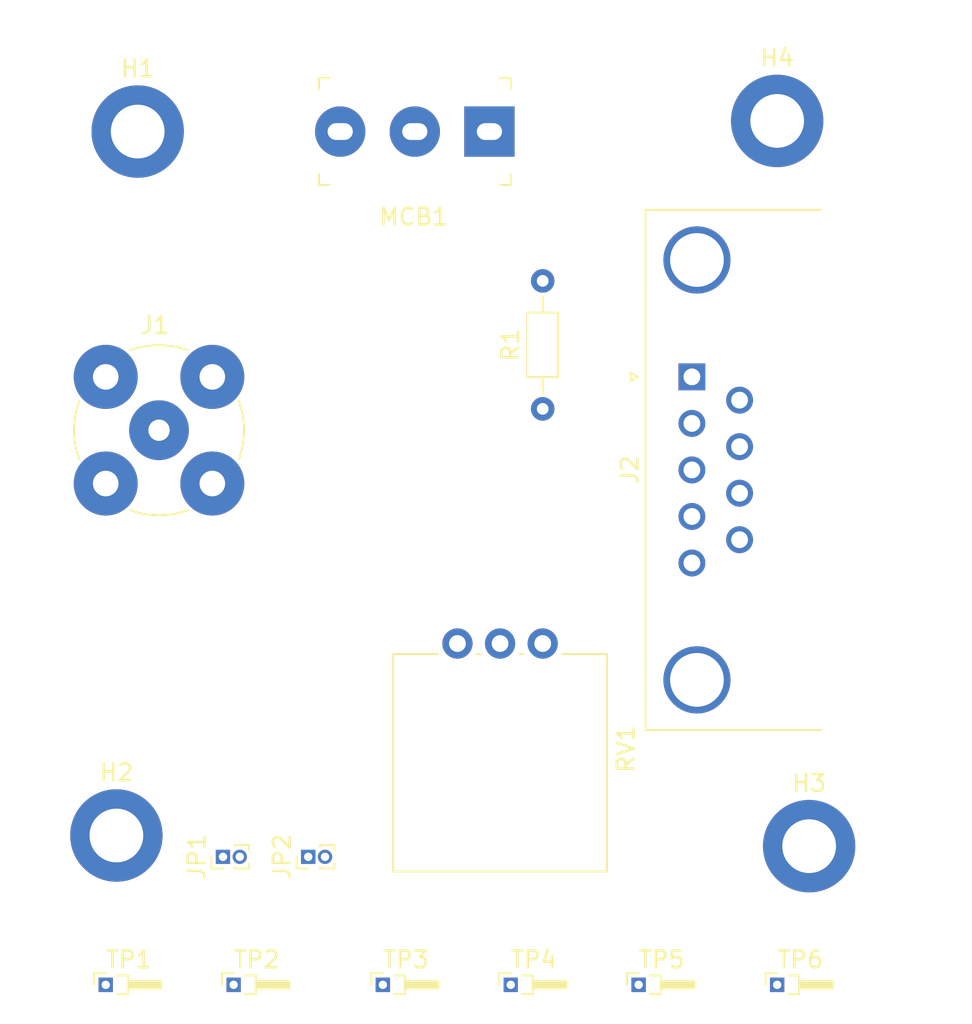
<source format=kicad_pcb>
(kicad_pcb (version 20171130) (host pcbnew 5.1.4-e60b266~84~ubuntu16.04.1)

  (general
    (thickness 1.6)
    (drawings 0)
    (tracks 0)
    (zones 0)
    (modules 17)
    (nets 15)
  )

  (page A4)
  (title_block
    (title "PCB ensayo estático")
    (date 2019-08-13)
    (rev V.0.1)
    (company Negrete)
    (comment 1 "Autor: Gustavo V. Diaz")
    (comment 2 "Buenos Aires - Argentina")
    (comment 3 "Fecha inicio:13/08/2019")
  )

  (layers
    (0 F.Cu signal)
    (31 B.Cu signal)
    (32 B.Adhes user)
    (33 F.Adhes user)
    (34 B.Paste user)
    (35 F.Paste user)
    (36 B.SilkS user)
    (37 F.SilkS user)
    (38 B.Mask user)
    (39 F.Mask user)
    (40 Dwgs.User user)
    (41 Cmts.User user)
    (42 Eco1.User user)
    (43 Eco2.User user)
    (44 Edge.Cuts user)
    (45 Margin user)
    (46 B.CrtYd user)
    (47 F.CrtYd user)
    (48 B.Fab user)
    (49 F.Fab user)
  )

  (setup
    (last_trace_width 0.25)
    (trace_clearance 0.2)
    (zone_clearance 0.508)
    (zone_45_only no)
    (trace_min 0.2)
    (via_size 0.8)
    (via_drill 0.4)
    (via_min_size 0.4)
    (via_min_drill 0.3)
    (uvia_size 0.3)
    (uvia_drill 0.1)
    (uvias_allowed no)
    (uvia_min_size 0.2)
    (uvia_min_drill 0.1)
    (edge_width 0.05)
    (segment_width 0.2)
    (pcb_text_width 0.3)
    (pcb_text_size 1.5 1.5)
    (mod_edge_width 0.12)
    (mod_text_size 1 1)
    (mod_text_width 0.15)
    (pad_size 1.524 1.524)
    (pad_drill 0.762)
    (pad_to_mask_clearance 0.051)
    (solder_mask_min_width 0.25)
    (aux_axis_origin 0 0)
    (visible_elements FFFFFF7F)
    (pcbplotparams
      (layerselection 0x010fc_ffffffff)
      (usegerberextensions false)
      (usegerberattributes false)
      (usegerberadvancedattributes false)
      (creategerberjobfile false)
      (excludeedgelayer true)
      (linewidth 0.100000)
      (plotframeref false)
      (viasonmask false)
      (mode 1)
      (useauxorigin false)
      (hpglpennumber 1)
      (hpglpenspeed 20)
      (hpglpendiameter 15.000000)
      (psnegative false)
      (psa4output false)
      (plotreference true)
      (plotvalue true)
      (plotinvisibletext false)
      (padsonsilk false)
      (subtractmaskfromsilk false)
      (outputformat 1)
      (mirror false)
      (drillshape 1)
      (scaleselection 1)
      (outputdirectory ""))
  )

  (net 0 "")
  (net 1 /GND)
  (net 2 /VAC)
  (net 3 "Net-(J2-Pad1)")
  (net 4 /VZs1)
  (net 5 "Net-(J2-Pad4)")
  (net 6 "Net-(J2-Pad5)")
  (net 7 "Net-(J2-Pad6)")
  (net 8 "Net-(J2-Pad7)")
  (net 9 "Net-(J2-Pad8)")
  (net 10 "Net-(J2-Pad9)")
  (net 11 /Vi)
  (net 12 "Net-(MCB1-Pad3)")
  (net 13 "Net-(JP1-Pad2)")
  (net 14 "Net-(JP2-Pad2)")

  (net_class Default "This is the default net class."
    (clearance 0.2)
    (trace_width 0.25)
    (via_dia 0.8)
    (via_drill 0.4)
    (uvia_dia 0.3)
    (uvia_drill 0.1)
    (add_net /GND)
    (add_net /VAC)
    (add_net /VZs1)
    (add_net /Vi)
    (add_net "Net-(J2-Pad1)")
    (add_net "Net-(J2-Pad4)")
    (add_net "Net-(J2-Pad5)")
    (add_net "Net-(J2-Pad6)")
    (add_net "Net-(J2-Pad7)")
    (add_net "Net-(J2-Pad8)")
    (add_net "Net-(J2-Pad9)")
    (add_net "Net-(JP1-Pad2)")
    (add_net "Net-(JP2-Pad2)")
    (add_net "Net-(MCB1-Pad3)")
  )

  (module "Footprints proyecto:PinHeader_1x02_P1.00mm_Vertical" (layer F.Cu) (tedit 59FED738) (tstamp 5D557FE3)
    (at 115.57 124.46 90)
    (descr "Through hole straight pin header, 1x02, 1.00mm pitch, single row")
    (tags "Through hole pin header THT 1x02 1.00mm single row")
    (path /5D55355E)
    (fp_text reference JP2 (at 0 -1.56 90) (layer F.SilkS)
      (effects (font (size 1 1) (thickness 0.15)))
    )
    (fp_text value Jumper_NO_Small (at 0 2.56 90) (layer F.Fab)
      (effects (font (size 1 1) (thickness 0.15)))
    )
    (fp_text user %R (at 0 0.5) (layer F.Fab)
      (effects (font (size 0.76 0.76) (thickness 0.114)))
    )
    (fp_line (start 1.15 -1) (end -1.15 -1) (layer F.CrtYd) (width 0.05))
    (fp_line (start 1.15 2) (end 1.15 -1) (layer F.CrtYd) (width 0.05))
    (fp_line (start -1.15 2) (end 1.15 2) (layer F.CrtYd) (width 0.05))
    (fp_line (start -1.15 -1) (end -1.15 2) (layer F.CrtYd) (width 0.05))
    (fp_line (start -0.695 -0.685) (end 0 -0.685) (layer F.SilkS) (width 0.12))
    (fp_line (start -0.695 0) (end -0.695 -0.685) (layer F.SilkS) (width 0.12))
    (fp_line (start 0.608276 0.685) (end 0.695 0.685) (layer F.SilkS) (width 0.12))
    (fp_line (start -0.695 0.685) (end -0.608276 0.685) (layer F.SilkS) (width 0.12))
    (fp_line (start 0.695 0.685) (end 0.695 1.56) (layer F.SilkS) (width 0.12))
    (fp_line (start -0.695 0.685) (end -0.695 1.56) (layer F.SilkS) (width 0.12))
    (fp_line (start 0.394493 1.56) (end 0.695 1.56) (layer F.SilkS) (width 0.12))
    (fp_line (start -0.695 1.56) (end -0.394493 1.56) (layer F.SilkS) (width 0.12))
    (fp_line (start -0.635 -0.1825) (end -0.3175 -0.5) (layer F.Fab) (width 0.1))
    (fp_line (start -0.635 1.5) (end -0.635 -0.1825) (layer F.Fab) (width 0.1))
    (fp_line (start 0.635 1.5) (end -0.635 1.5) (layer F.Fab) (width 0.1))
    (fp_line (start 0.635 -0.5) (end 0.635 1.5) (layer F.Fab) (width 0.1))
    (fp_line (start -0.3175 -0.5) (end 0.635 -0.5) (layer F.Fab) (width 0.1))
    (pad 2 thru_hole oval (at 0 1 90) (size 0.85 0.85) (drill 0.5) (layers *.Cu *.Mask)
      (net 14 "Net-(JP2-Pad2)"))
    (pad 1 thru_hole rect (at 0 0 90) (size 0.85 0.85) (drill 0.5) (layers *.Cu *.Mask)
      (net 11 /Vi))
    (model ${KISYS3DMOD}/Connector_PinHeader_1.00mm.3dshapes/PinHeader_1x02_P1.00mm_Vertical.wrl
      (at (xyz 0 0 0))
      (scale (xyz 1 1 1))
      (rotate (xyz 0 0 0))
    )
  )

  (module "Footprints proyecto:PinHeader_1x02_P1.00mm_Vertical" (layer F.Cu) (tedit 59FED738) (tstamp 5D558057)
    (at 110.49 124.46 90)
    (descr "Through hole straight pin header, 1x02, 1.00mm pitch, single row")
    (tags "Through hole pin header THT 1x02 1.00mm single row")
    (path /5D552AB7)
    (fp_text reference JP1 (at 0 -1.56 90) (layer F.SilkS)
      (effects (font (size 1 1) (thickness 0.15)))
    )
    (fp_text value Jumper_NC_Small (at 0 2.56 90) (layer F.Fab)
      (effects (font (size 1 1) (thickness 0.15)))
    )
    (fp_text user %R (at 0 0.5) (layer F.Fab)
      (effects (font (size 0.76 0.76) (thickness 0.114)))
    )
    (fp_line (start 1.15 -1) (end -1.15 -1) (layer F.CrtYd) (width 0.05))
    (fp_line (start 1.15 2) (end 1.15 -1) (layer F.CrtYd) (width 0.05))
    (fp_line (start -1.15 2) (end 1.15 2) (layer F.CrtYd) (width 0.05))
    (fp_line (start -1.15 -1) (end -1.15 2) (layer F.CrtYd) (width 0.05))
    (fp_line (start -0.695 -0.685) (end 0 -0.685) (layer F.SilkS) (width 0.12))
    (fp_line (start -0.695 0) (end -0.695 -0.685) (layer F.SilkS) (width 0.12))
    (fp_line (start 0.608276 0.685) (end 0.695 0.685) (layer F.SilkS) (width 0.12))
    (fp_line (start -0.695 0.685) (end -0.608276 0.685) (layer F.SilkS) (width 0.12))
    (fp_line (start 0.695 0.685) (end 0.695 1.56) (layer F.SilkS) (width 0.12))
    (fp_line (start -0.695 0.685) (end -0.695 1.56) (layer F.SilkS) (width 0.12))
    (fp_line (start 0.394493 1.56) (end 0.695 1.56) (layer F.SilkS) (width 0.12))
    (fp_line (start -0.695 1.56) (end -0.394493 1.56) (layer F.SilkS) (width 0.12))
    (fp_line (start -0.635 -0.1825) (end -0.3175 -0.5) (layer F.Fab) (width 0.1))
    (fp_line (start -0.635 1.5) (end -0.635 -0.1825) (layer F.Fab) (width 0.1))
    (fp_line (start 0.635 1.5) (end -0.635 1.5) (layer F.Fab) (width 0.1))
    (fp_line (start 0.635 -0.5) (end 0.635 1.5) (layer F.Fab) (width 0.1))
    (fp_line (start -0.3175 -0.5) (end 0.635 -0.5) (layer F.Fab) (width 0.1))
    (pad 2 thru_hole oval (at 0 1 90) (size 0.85 0.85) (drill 0.5) (layers *.Cu *.Mask)
      (net 13 "Net-(JP1-Pad2)"))
    (pad 1 thru_hole rect (at 0 0 90) (size 0.85 0.85) (drill 0.5) (layers *.Cu *.Mask)
      (net 11 /Vi))
    (model ${KISYS3DMOD}/Connector_PinHeader_1.00mm.3dshapes/PinHeader_1x02_P1.00mm_Vertical.wrl
      (at (xyz 0 0 0))
      (scale (xyz 1 1 1))
      (rotate (xyz 0 0 0))
    )
  )

  (module "Footprints proyecto:Potentiometer_Vishay_248GJ-249GJ_Single_Vertical" (layer F.Cu) (tedit 5A3D4993) (tstamp 5D546C8A)
    (at 124.46 111.76 270)
    (descr "Potentiometer, vertical, Vishay 248GJ-249GJ Single, http://www.vishay.com/docs/57054/248249.pdf")
    (tags "Potentiometer vertical Vishay 248GJ-249GJ Single")
    (path /5D5409ED)
    (fp_text reference RV1 (at 6.275 -10.04 90) (layer F.SilkS)
      (effects (font (size 1 1) (thickness 0.15)))
    )
    (fp_text value R_POT (at 6.275 4.96 90) (layer F.Fab)
      (effects (font (size 1 1) (thickness 0.15)))
    )
    (fp_text user %R (at 1.75 -2.54) (layer F.Fab)
      (effects (font (size 1 1) (thickness 0.15)))
    )
    (fp_line (start 13.7 -9.05) (end -1.15 -9.05) (layer F.CrtYd) (width 0.05))
    (fp_line (start 13.7 4) (end 13.7 -9.05) (layer F.CrtYd) (width 0.05))
    (fp_line (start -1.15 4) (end 13.7 4) (layer F.CrtYd) (width 0.05))
    (fp_line (start -1.15 -9.05) (end -1.15 4) (layer F.CrtYd) (width 0.05))
    (fp_line (start 13.57 -8.91) (end 13.57 3.83) (layer F.SilkS) (width 0.12))
    (fp_line (start 0.63 1.155) (end 0.63 3.83) (layer F.SilkS) (width 0.12))
    (fp_line (start 0.63 -1.384) (end 0.63 -1.155) (layer F.SilkS) (width 0.12))
    (fp_line (start 0.63 -3.925) (end 0.63 -3.695) (layer F.SilkS) (width 0.12))
    (fp_line (start 0.63 -8.91) (end 0.63 -6.235) (layer F.SilkS) (width 0.12))
    (fp_line (start 0.63 3.83) (end 13.57 3.83) (layer F.SilkS) (width 0.12))
    (fp_line (start 0.63 -8.91) (end 13.57 -8.91) (layer F.SilkS) (width 0.12))
    (fp_line (start 13.45 -8.79) (end 0.75 -8.79) (layer F.Fab) (width 0.1))
    (fp_line (start 13.45 3.71) (end 13.45 -8.79) (layer F.Fab) (width 0.1))
    (fp_line (start 0.75 3.71) (end 13.45 3.71) (layer F.Fab) (width 0.1))
    (fp_line (start 0.75 -8.79) (end 0.75 3.71) (layer F.Fab) (width 0.1))
    (fp_circle (center 7.1 -2.54) (end 10.275 -2.54) (layer F.Fab) (width 0.1))
    (pad 1 thru_hole circle (at 0 0 270) (size 1.8 1.8) (drill 1) (layers *.Cu *.Mask)
      (net 14 "Net-(JP2-Pad2)"))
    (pad 2 thru_hole circle (at 0 -2.54 270) (size 1.8 1.8) (drill 1) (layers *.Cu *.Mask)
      (net 4 /VZs1))
    (pad 3 thru_hole circle (at 0 -5.08 270) (size 1.8 1.8) (drill 1) (layers *.Cu *.Mask)
      (net 4 /VZs1))
    (model ${KISYS3DMOD}/Potentiometer_THT.3dshapes/Potentiometer_Vishay_248GJ-249GJ_Single_Vertical.wrl
      (at (xyz 0 0 0))
      (scale (xyz 1 1 1))
      (rotate (xyz 0 0 0))
    )
  )

  (module "Footprints proyecto:MountingHole_3.2mm_M3_ISO14580_Pad" (layer F.Cu) (tedit 56D1B4CB) (tstamp 5D52DEB1)
    (at 105.41 81.28)
    (descr "Mounting Hole 3.2mm, M3, ISO14580")
    (tags "mounting hole 3.2mm m3 iso14580")
    (path /5D42DD18)
    (attr virtual)
    (fp_text reference H1 (at 0 -3.75) (layer F.SilkS)
      (effects (font (size 1 1) (thickness 0.15)))
    )
    (fp_text value MountingHole_Pad (at 0 3.75) (layer F.Fab)
      (effects (font (size 1 1) (thickness 0.15)))
    )
    (fp_text user %R (at 0.3 0) (layer F.Fab)
      (effects (font (size 1 1) (thickness 0.15)))
    )
    (fp_circle (center 0 0) (end 2.75 0) (layer Cmts.User) (width 0.15))
    (fp_circle (center 0 0) (end 3 0) (layer F.CrtYd) (width 0.05))
    (pad 1 thru_hole circle (at 0 0) (size 5.5 5.5) (drill 3.2) (layers *.Cu *.Mask)
      (net 1 /GND))
  )

  (module "Footprints proyecto:MountingHole_3.2mm_M3_ISO14580_Pad" (layer F.Cu) (tedit 56D1B4CB) (tstamp 5D52DEB9)
    (at 104.14 123.19)
    (descr "Mounting Hole 3.2mm, M3, ISO14580")
    (tags "mounting hole 3.2mm m3 iso14580")
    (path /5D42E927)
    (attr virtual)
    (fp_text reference H2 (at 0 -3.75) (layer F.SilkS)
      (effects (font (size 1 1) (thickness 0.15)))
    )
    (fp_text value MountingHole_Pad (at 0 3.75) (layer F.Fab)
      (effects (font (size 1 1) (thickness 0.15)))
    )
    (fp_text user %R (at 0.3 0) (layer F.Fab)
      (effects (font (size 1 1) (thickness 0.15)))
    )
    (fp_circle (center 0 0) (end 2.75 0) (layer Cmts.User) (width 0.15))
    (fp_circle (center 0 0) (end 3 0) (layer F.CrtYd) (width 0.05))
    (pad 1 thru_hole circle (at 0 0) (size 5.5 5.5) (drill 3.2) (layers *.Cu *.Mask)
      (net 1 /GND))
  )

  (module "Footprints proyecto:MountingHole_3.2mm_M3_ISO14580_Pad" (layer F.Cu) (tedit 56D1B4CB) (tstamp 5D53D001)
    (at 145.415 123.825)
    (descr "Mounting Hole 3.2mm, M3, ISO14580")
    (tags "mounting hole 3.2mm m3 iso14580")
    (path /5D42E2DA)
    (attr virtual)
    (fp_text reference H3 (at 0 -3.75) (layer F.SilkS)
      (effects (font (size 1 1) (thickness 0.15)))
    )
    (fp_text value MountingHole_Pad (at 0 3.75) (layer F.Fab)
      (effects (font (size 1 1) (thickness 0.15)))
    )
    (fp_circle (center 0 0) (end 3 0) (layer F.CrtYd) (width 0.05))
    (fp_circle (center 0 0) (end 2.75 0) (layer Cmts.User) (width 0.15))
    (fp_text user %R (at 0.3 0) (layer F.Fab)
      (effects (font (size 1 1) (thickness 0.15)))
    )
    (pad 1 thru_hole circle (at 0 0) (size 5.5 5.5) (drill 3.2) (layers *.Cu *.Mask)
      (net 1 /GND))
  )

  (module "Footprints proyecto:MountingHole_3.2mm_M3_ISO14580_Pad" (layer F.Cu) (tedit 56D1B4CB) (tstamp 5D52DEC9)
    (at 143.51 80.645)
    (descr "Mounting Hole 3.2mm, M3, ISO14580")
    (tags "mounting hole 3.2mm m3 iso14580")
    (path /5D42EA1B)
    (attr virtual)
    (fp_text reference H4 (at 0 -3.75) (layer F.SilkS)
      (effects (font (size 1 1) (thickness 0.15)))
    )
    (fp_text value MountingHole_Pad (at 0 3.75) (layer F.Fab)
      (effects (font (size 1 1) (thickness 0.15)))
    )
    (fp_circle (center 0 0) (end 3 0) (layer F.CrtYd) (width 0.05))
    (fp_circle (center 0 0) (end 2.75 0) (layer Cmts.User) (width 0.15))
    (fp_text user %R (at 0.3 0) (layer F.Fab)
      (effects (font (size 1 1) (thickness 0.15)))
    )
    (pad 1 thru_hole circle (at 0 0) (size 5.5 5.5) (drill 3.2) (layers *.Cu *.Mask)
      (net 1 /GND))
  )

  (module "Footprints proyecto:BNC_TEConnectivity_1478204_Vertical" (layer F.Cu) (tedit 5D51354B) (tstamp 5D53CEE2)
    (at 106.68 99.06)
    (descr "BNC female PCB mount 4 pin straight chassis connector http://www.te.com/usa-en/product-1-1478204-0.html")
    (tags "BNC female PCB mount 4 pin straight chassis connector ")
    (path /5D42F04D)
    (fp_text reference J1 (at -0.25 -6.25) (layer F.SilkS)
      (effects (font (size 1 1) (thickness 0.15)))
    )
    (fp_text value Conn_Coaxial (at 0 6.5) (layer F.Fab)
      (effects (font (size 1 1) (thickness 0.15)))
    )
    (fp_text user %R (at 0 0) (layer F.Fab)
      (effects (font (size 1 1) (thickness 0.15)))
    )
    (fp_line (start 5.5 -5.5) (end 5.5 5.5) (layer F.CrtYd) (width 0.05))
    (fp_line (start 5.5 5.5) (end -5.5 5.5) (layer F.CrtYd) (width 0.05))
    (fp_line (start -5.5 5.5) (end -5.5 -5.5) (layer F.CrtYd) (width 0.05))
    (fp_line (start -5.5 -5.5) (end 5.5 -5.5) (layer F.CrtYd) (width 0.05))
    (fp_circle (center 0 0) (end 4.8 0) (layer F.Fab) (width 0.1))
    (fp_arc (start 0 0) (end -4.75 1.75) (angle 40) (layer F.SilkS) (width 0.12))
    (fp_arc (start 0 0) (end 1.75 4.75) (angle 40) (layer F.SilkS) (width 0.12))
    (fp_arc (start 0 0) (end 4.75 -1.75) (angle 40) (layer F.SilkS) (width 0.12))
    (fp_arc (start 0 0) (end -1.75 -4.75) (angle 40) (layer F.SilkS) (width 0.12))
    (pad 2 thru_hole circle (at -3.175 -3.175) (size 3.81 3.81) (drill 1.524) (layers *.Cu *.Mask)
      (net 1 /GND))
    (pad 1 thru_hole circle (at 0 0) (size 3.556 3.556) (drill 1.27) (layers *.Cu *.Mask)
      (net 2 /VAC))
    (pad 2 thru_hole circle (at 3.175 -3.175) (size 3.81 3.81) (drill 1.524) (layers *.Cu *.Mask)
      (net 1 /GND))
    (pad 2 thru_hole circle (at -3.175 3.175) (size 3.81 3.81) (drill 1.524) (layers *.Cu *.Mask)
      (net 1 /GND))
    (pad 2 thru_hole circle (at 3.175 3.175) (size 3.81 3.81) (drill 1.524) (layers *.Cu *.Mask)
      (net 1 /GND))
    (model ${KISYS3DMOD}/Connector_Coaxial.3dshapes/BNC_TEConnectivity_1478204_Vertical.wrl
      (at (xyz 0 0 0))
      (scale (xyz 1 1 1))
      (rotate (xyz 0 0 0))
    )
  )

  (module "Footprints proyecto:DSUB-9_Female_Horizontal_P2.77x2.84mm_EdgePinOffset4.94mm_Housed_MountingHolesOffset7.48mm" (layer F.Cu) (tedit 59FEDEE2) (tstamp 5D52DF10)
    (at 138.43 95.885 90)
    (descr "9-pin D-Sub connector, horizontal/angled (90 deg), THT-mount, female, pitch 2.77x2.84mm, pin-PCB-offset 4.9399999999999995mm, distance of mounting holes 25mm, distance of mounting holes to PCB edge 7.4799999999999995mm, see https://disti-assets.s3.amazonaws.com/tonar/files/datasheets/16730.pdf")
    (tags "9-pin D-Sub connector horizontal angled 90deg THT female pitch 2.77x2.84mm pin-PCB-offset 4.9399999999999995mm mounting-holes-distance 25mm mounting-hole-offset 25mm")
    (path /5D442DB3)
    (fp_text reference J2 (at -5.54 -3.7 90) (layer F.SilkS)
      (effects (font (size 1 1) (thickness 0.15)))
    )
    (fp_text value DB9_Female_MountingHoles (at -5.54 15.85 90) (layer F.Fab)
      (effects (font (size 1 1) (thickness 0.15)))
    )
    (fp_arc (start -18.04 0.3) (end -19.64 0.3) (angle 180) (layer F.Fab) (width 0.1))
    (fp_arc (start 6.96 0.3) (end 5.36 0.3) (angle 180) (layer F.Fab) (width 0.1))
    (fp_line (start -20.965 -2.7) (end -20.965 7.78) (layer F.Fab) (width 0.1))
    (fp_line (start -20.965 7.78) (end 9.885 7.78) (layer F.Fab) (width 0.1))
    (fp_line (start 9.885 7.78) (end 9.885 -2.7) (layer F.Fab) (width 0.1))
    (fp_line (start 9.885 -2.7) (end -20.965 -2.7) (layer F.Fab) (width 0.1))
    (fp_line (start -20.965 7.78) (end -20.965 8.18) (layer F.Fab) (width 0.1))
    (fp_line (start -20.965 8.18) (end 9.885 8.18) (layer F.Fab) (width 0.1))
    (fp_line (start 9.885 8.18) (end 9.885 7.78) (layer F.Fab) (width 0.1))
    (fp_line (start 9.885 7.78) (end -20.965 7.78) (layer F.Fab) (width 0.1))
    (fp_line (start -13.69 8.18) (end -13.69 14.35) (layer F.Fab) (width 0.1))
    (fp_line (start -13.69 14.35) (end 2.61 14.35) (layer F.Fab) (width 0.1))
    (fp_line (start 2.61 14.35) (end 2.61 8.18) (layer F.Fab) (width 0.1))
    (fp_line (start 2.61 8.18) (end -13.69 8.18) (layer F.Fab) (width 0.1))
    (fp_line (start -20.54 8.18) (end -20.54 13.18) (layer F.Fab) (width 0.1))
    (fp_line (start -20.54 13.18) (end -15.54 13.18) (layer F.Fab) (width 0.1))
    (fp_line (start -15.54 13.18) (end -15.54 8.18) (layer F.Fab) (width 0.1))
    (fp_line (start -15.54 8.18) (end -20.54 8.18) (layer F.Fab) (width 0.1))
    (fp_line (start 4.46 8.18) (end 4.46 13.18) (layer F.Fab) (width 0.1))
    (fp_line (start 4.46 13.18) (end 9.46 13.18) (layer F.Fab) (width 0.1))
    (fp_line (start 9.46 13.18) (end 9.46 8.18) (layer F.Fab) (width 0.1))
    (fp_line (start 9.46 8.18) (end 4.46 8.18) (layer F.Fab) (width 0.1))
    (fp_line (start -19.64 7.78) (end -19.64 0.3) (layer F.Fab) (width 0.1))
    (fp_line (start -16.44 7.78) (end -16.44 0.3) (layer F.Fab) (width 0.1))
    (fp_line (start 5.36 7.78) (end 5.36 0.3) (layer F.Fab) (width 0.1))
    (fp_line (start 8.56 7.78) (end 8.56 0.3) (layer F.Fab) (width 0.1))
    (fp_line (start -21.025 7.72) (end -21.025 -2.76) (layer F.SilkS) (width 0.12))
    (fp_line (start -21.025 -2.76) (end 9.945 -2.76) (layer F.SilkS) (width 0.12))
    (fp_line (start 9.945 -2.76) (end 9.945 7.72) (layer F.SilkS) (width 0.12))
    (fp_line (start -0.25 -3.654338) (end 0.25 -3.654338) (layer F.SilkS) (width 0.12))
    (fp_line (start 0.25 -3.654338) (end 0 -3.221325) (layer F.SilkS) (width 0.12))
    (fp_line (start 0 -3.221325) (end -0.25 -3.654338) (layer F.SilkS) (width 0.12))
    (fp_line (start -21.5 -3.25) (end -21.5 14.85) (layer F.CrtYd) (width 0.05))
    (fp_line (start -21.5 14.85) (end 10.4 14.85) (layer F.CrtYd) (width 0.05))
    (fp_line (start 10.4 14.85) (end 10.4 -3.25) (layer F.CrtYd) (width 0.05))
    (fp_line (start 10.4 -3.25) (end -21.5 -3.25) (layer F.CrtYd) (width 0.05))
    (fp_text user %R (at -5.54 11.265 90) (layer F.Fab)
      (effects (font (size 1 1) (thickness 0.15)))
    )
    (pad 1 thru_hole rect (at 0 0 90) (size 1.6 1.6) (drill 1) (layers *.Cu *.Mask)
      (net 3 "Net-(J2-Pad1)"))
    (pad 2 thru_hole circle (at -2.77 0 90) (size 1.6 1.6) (drill 1) (layers *.Cu *.Mask)
      (net 4 /VZs1))
    (pad 3 thru_hole circle (at -5.54 0 90) (size 1.6 1.6) (drill 1) (layers *.Cu *.Mask)
      (net 1 /GND))
    (pad 4 thru_hole circle (at -8.31 0 90) (size 1.6 1.6) (drill 1) (layers *.Cu *.Mask)
      (net 5 "Net-(J2-Pad4)"))
    (pad 5 thru_hole circle (at -11.08 0 90) (size 1.6 1.6) (drill 1) (layers *.Cu *.Mask)
      (net 6 "Net-(J2-Pad5)"))
    (pad 6 thru_hole circle (at -1.385 2.84 90) (size 1.6 1.6) (drill 1) (layers *.Cu *.Mask)
      (net 7 "Net-(J2-Pad6)"))
    (pad 7 thru_hole circle (at -4.155 2.84 90) (size 1.6 1.6) (drill 1) (layers *.Cu *.Mask)
      (net 8 "Net-(J2-Pad7)"))
    (pad 8 thru_hole circle (at -6.925 2.84 90) (size 1.6 1.6) (drill 1) (layers *.Cu *.Mask)
      (net 9 "Net-(J2-Pad8)"))
    (pad 9 thru_hole circle (at -9.695 2.84 90) (size 1.6 1.6) (drill 1) (layers *.Cu *.Mask)
      (net 10 "Net-(J2-Pad9)"))
    (pad 0 thru_hole circle (at -18.04 0.3 90) (size 4 4) (drill 3.2) (layers *.Cu *.Mask)
      (net 1 /GND))
    (pad 0 thru_hole circle (at 6.96 0.3 90) (size 4 4) (drill 3.2) (layers *.Cu *.Mask)
      (net 1 /GND))
    (model ${KISYS3DMOD}/Connector_Dsub.3dshapes/DSUB-9_Female_Horizontal_P2.77x2.84mm_EdgePinOffset4.94mm_Housed_MountingHolesOffset7.48mm.wrl
      (at (xyz 0 0 0))
      (scale (xyz 1 1 1))
      (rotate (xyz 0 0 0))
    )
  )

  (module "Footprints proyecto:Switch_Toggle_ATE1D-2M3-10-Z" (layer F.Cu) (tedit 5D528641) (tstamp 5D52DF29)
    (at 121.92 81.28 180)
    (descr https://www.nidec-copal-electronics.com/e/catalog/switch/ate.pdf)
    (path /5D440928)
    (fp_text reference MCB1 (at 0.06 -5.08) (layer F.SilkS)
      (effects (font (size 1 1) (thickness 0.15)))
    )
    (fp_text value INT_1P2D (at 0 5.08) (layer F.Fab)
      (effects (font (size 1 1) (thickness 0.15)))
    )
    (fp_text user %R (at 0 6.985) (layer F.Fab)
      (effects (font (size 1 1) (thickness 0.15)))
    )
    (fp_line (start -6.35 -3.81) (end -6.35 3.81) (layer F.CrtYd) (width 0.12))
    (fp_line (start -6.35 3.81) (end 6.35 3.81) (layer F.CrtYd) (width 0.12))
    (fp_line (start 6.35 3.81) (end 6.35 -3.81) (layer F.CrtYd) (width 0.12))
    (fp_line (start 6.35 -3.81) (end -6.35 -3.81) (layer F.CrtYd) (width 0.12))
    (fp_line (start -5.715 -3.175) (end -5.715 -2.54) (layer F.SilkS) (width 0.12))
    (fp_line (start -5.715 -3.175) (end -5.08 -3.175) (layer F.SilkS) (width 0.12))
    (fp_line (start -5.715 2.54) (end -5.715 3.175) (layer F.SilkS) (width 0.12))
    (fp_line (start -5.715 3.175) (end -5.08 3.175) (layer F.SilkS) (width 0.12))
    (fp_line (start 5.08 3.175) (end 5.715 3.175) (layer F.SilkS) (width 0.12))
    (fp_line (start 5.715 3.175) (end 5.715 2.54) (layer F.SilkS) (width 0.12))
    (fp_line (start 5.715 -2.54) (end 5.715 -3.175) (layer F.SilkS) (width 0.12))
    (fp_line (start 5.715 -3.175) (end 5.08 -3.175) (layer F.SilkS) (width 0.12))
    (fp_line (start -5.715 -3.175) (end 5.715 -3.175) (layer F.Fab) (width 0.12))
    (fp_line (start 5.715 -3.175) (end 5.715 3.175) (layer F.Fab) (width 0.12))
    (fp_line (start 5.715 3.175) (end -5.715 3.175) (layer F.Fab) (width 0.12))
    (fp_line (start -5.715 3.175) (end -5.715 -3.175) (layer F.Fab) (width 0.12))
    (fp_circle (center 0 0) (end 2.54 0) (layer F.Fab) (width 0.12))
    (pad 1 thru_hole rect (at -4.445 0 180) (size 3 3) (drill oval 1.5 1) (layers *.Cu *.Mask)
      (net 11 /Vi))
    (pad 2 thru_hole circle (at 0 0 180) (size 3 3) (drill oval 1.5 1) (layers *.Cu *.Mask)
      (net 2 /VAC))
    (pad 3 thru_hole circle (at 4.445 0 180) (size 3 3) (drill oval 1.5 1) (layers *.Cu *.Mask)
      (net 12 "Net-(MCB1-Pad3)"))
  )

  (module "Footprints proyecto:R_Axial_DIN0204_L3.6mm_D1.6mm_P7.62mm_Horizontal" (layer F.Cu) (tedit 5AE5139B) (tstamp 5D52DF40)
    (at 129.54 97.79 90)
    (descr "Resistor, Axial_DIN0204 series, Axial, Horizontal, pin pitch=7.62mm, 0.167W, length*diameter=3.6*1.6mm^2, http://cdn-reichelt.de/documents/datenblatt/B400/1_4W%23YAG.pdf")
    (tags "Resistor Axial_DIN0204 series Axial Horizontal pin pitch 7.62mm 0.167W length 3.6mm diameter 1.6mm")
    (path /5D441970)
    (fp_text reference R1 (at 3.81 -1.92 90) (layer F.SilkS)
      (effects (font (size 1 1) (thickness 0.15)))
    )
    (fp_text value 15k (at 3.81 1.92 90) (layer F.Fab)
      (effects (font (size 1 1) (thickness 0.15)))
    )
    (fp_line (start 2.01 -0.8) (end 2.01 0.8) (layer F.Fab) (width 0.1))
    (fp_line (start 2.01 0.8) (end 5.61 0.8) (layer F.Fab) (width 0.1))
    (fp_line (start 5.61 0.8) (end 5.61 -0.8) (layer F.Fab) (width 0.1))
    (fp_line (start 5.61 -0.8) (end 2.01 -0.8) (layer F.Fab) (width 0.1))
    (fp_line (start 0 0) (end 2.01 0) (layer F.Fab) (width 0.1))
    (fp_line (start 7.62 0) (end 5.61 0) (layer F.Fab) (width 0.1))
    (fp_line (start 1.89 -0.92) (end 1.89 0.92) (layer F.SilkS) (width 0.12))
    (fp_line (start 1.89 0.92) (end 5.73 0.92) (layer F.SilkS) (width 0.12))
    (fp_line (start 5.73 0.92) (end 5.73 -0.92) (layer F.SilkS) (width 0.12))
    (fp_line (start 5.73 -0.92) (end 1.89 -0.92) (layer F.SilkS) (width 0.12))
    (fp_line (start 0.94 0) (end 1.89 0) (layer F.SilkS) (width 0.12))
    (fp_line (start 6.68 0) (end 5.73 0) (layer F.SilkS) (width 0.12))
    (fp_line (start -0.95 -1.05) (end -0.95 1.05) (layer F.CrtYd) (width 0.05))
    (fp_line (start -0.95 1.05) (end 8.57 1.05) (layer F.CrtYd) (width 0.05))
    (fp_line (start 8.57 1.05) (end 8.57 -1.05) (layer F.CrtYd) (width 0.05))
    (fp_line (start 8.57 -1.05) (end -0.95 -1.05) (layer F.CrtYd) (width 0.05))
    (fp_text user %R (at 3.81 0 90) (layer F.Fab)
      (effects (font (size 0.72 0.72) (thickness 0.108)))
    )
    (pad 1 thru_hole circle (at 0 0 90) (size 1.4 1.4) (drill 0.7) (layers *.Cu *.Mask)
      (net 13 "Net-(JP1-Pad2)"))
    (pad 2 thru_hole oval (at 7.62 0 90) (size 1.4 1.4) (drill 0.7) (layers *.Cu *.Mask)
      (net 4 /VZs1))
    (model ${KISYS3DMOD}/Resistor_THT.3dshapes/R_Axial_DIN0204_L3.6mm_D1.6mm_P7.62mm_Horizontal.wrl
      (at (xyz 0 0 0))
      (scale (xyz 1 1 1))
      (rotate (xyz 0 0 0))
    )
  )

  (module "Footprints proyecto:PinHeader_1x01_P1.00mm_Horizontal" (layer F.Cu) (tedit 59FED737) (tstamp 5D53D1B6)
    (at 103.505 132.08)
    (descr "Through hole angled pin header, 1x01, 1.00mm pitch, 2.0mm pin length, single row")
    (tags "Through hole angled pin header THT 1x01 1.00mm single row")
    (path /5D486AED)
    (fp_text reference TP1 (at 1.375 -1.5) (layer F.SilkS)
      (effects (font (size 1 1) (thickness 0.15)))
    )
    (fp_text value TestPoint_Alt (at 1.375 1.5) (layer F.Fab)
      (effects (font (size 1 1) (thickness 0.15)))
    )
    (fp_line (start 0.5 -0.5) (end 1.25 -0.5) (layer F.Fab) (width 0.1))
    (fp_line (start 1.25 -0.5) (end 1.25 0.5) (layer F.Fab) (width 0.1))
    (fp_line (start 1.25 0.5) (end 0.25 0.5) (layer F.Fab) (width 0.1))
    (fp_line (start 0.25 0.5) (end 0.25 -0.25) (layer F.Fab) (width 0.1))
    (fp_line (start 0.25 -0.25) (end 0.5 -0.5) (layer F.Fab) (width 0.1))
    (fp_line (start -0.15 -0.15) (end 0.25 -0.15) (layer F.Fab) (width 0.1))
    (fp_line (start -0.15 -0.15) (end -0.15 0.15) (layer F.Fab) (width 0.1))
    (fp_line (start -0.15 0.15) (end 0.25 0.15) (layer F.Fab) (width 0.1))
    (fp_line (start 1.25 -0.15) (end 3.25 -0.15) (layer F.Fab) (width 0.1))
    (fp_line (start 3.25 -0.15) (end 3.25 0.15) (layer F.Fab) (width 0.1))
    (fp_line (start 1.25 0.15) (end 3.25 0.15) (layer F.Fab) (width 0.1))
    (fp_line (start 0.685 -0.56) (end 1.31 -0.56) (layer F.SilkS) (width 0.12))
    (fp_line (start 1.31 -0.56) (end 1.31 0.56) (layer F.SilkS) (width 0.12))
    (fp_line (start 1.31 0.56) (end 0.685 0.56) (layer F.SilkS) (width 0.12))
    (fp_line (start 1.31 -0.21) (end 3.31 -0.21) (layer F.SilkS) (width 0.12))
    (fp_line (start 3.31 -0.21) (end 3.31 0.21) (layer F.SilkS) (width 0.12))
    (fp_line (start 3.31 0.21) (end 1.31 0.21) (layer F.SilkS) (width 0.12))
    (fp_line (start 1.31 -0.15) (end 3.31 -0.15) (layer F.SilkS) (width 0.12))
    (fp_line (start 1.31 -0.03) (end 3.31 -0.03) (layer F.SilkS) (width 0.12))
    (fp_line (start 1.31 0.09) (end 3.31 0.09) (layer F.SilkS) (width 0.12))
    (fp_line (start -0.685 0) (end -0.685 -0.685) (layer F.SilkS) (width 0.12))
    (fp_line (start -0.685 -0.685) (end 0 -0.685) (layer F.SilkS) (width 0.12))
    (fp_line (start -1 -1) (end -1 1) (layer F.CrtYd) (width 0.05))
    (fp_line (start -1 1) (end 3.75 1) (layer F.CrtYd) (width 0.05))
    (fp_line (start 3.75 1) (end 3.75 -1) (layer F.CrtYd) (width 0.05))
    (fp_line (start 3.75 -1) (end -1 -1) (layer F.CrtYd) (width 0.05))
    (fp_text user %R (at 0.75 0 90) (layer F.Fab)
      (effects (font (size 0.6 0.6) (thickness 0.09)))
    )
    (pad 1 thru_hole rect (at 0 0) (size 0.85 0.85) (drill 0.5) (layers *.Cu *.Mask)
      (net 2 /VAC))
    (model ${KISYS3DMOD}/Connector_PinHeader_1.00mm.3dshapes/PinHeader_1x01_P1.00mm_Horizontal.wrl
      (at (xyz 0 0 0))
      (scale (xyz 1 1 1))
      (rotate (xyz 0 0 0))
    )
  )

  (module "Footprints proyecto:PinHeader_1x01_P1.00mm_Horizontal" (layer F.Cu) (tedit 59FED737) (tstamp 5D52DF80)
    (at 111.125 132.08)
    (descr "Through hole angled pin header, 1x01, 1.00mm pitch, 2.0mm pin length, single row")
    (tags "Through hole angled pin header THT 1x01 1.00mm single row")
    (path /5D487102)
    (fp_text reference TP2 (at 1.375 -1.5) (layer F.SilkS)
      (effects (font (size 1 1) (thickness 0.15)))
    )
    (fp_text value TestPoint (at 1.375 1.5) (layer F.Fab)
      (effects (font (size 1 1) (thickness 0.15)))
    )
    (fp_text user %R (at 0.75 0 90) (layer F.Fab)
      (effects (font (size 0.6 0.6) (thickness 0.09)))
    )
    (fp_line (start 3.75 -1) (end -1 -1) (layer F.CrtYd) (width 0.05))
    (fp_line (start 3.75 1) (end 3.75 -1) (layer F.CrtYd) (width 0.05))
    (fp_line (start -1 1) (end 3.75 1) (layer F.CrtYd) (width 0.05))
    (fp_line (start -1 -1) (end -1 1) (layer F.CrtYd) (width 0.05))
    (fp_line (start -0.685 -0.685) (end 0 -0.685) (layer F.SilkS) (width 0.12))
    (fp_line (start -0.685 0) (end -0.685 -0.685) (layer F.SilkS) (width 0.12))
    (fp_line (start 1.31 0.09) (end 3.31 0.09) (layer F.SilkS) (width 0.12))
    (fp_line (start 1.31 -0.03) (end 3.31 -0.03) (layer F.SilkS) (width 0.12))
    (fp_line (start 1.31 -0.15) (end 3.31 -0.15) (layer F.SilkS) (width 0.12))
    (fp_line (start 3.31 0.21) (end 1.31 0.21) (layer F.SilkS) (width 0.12))
    (fp_line (start 3.31 -0.21) (end 3.31 0.21) (layer F.SilkS) (width 0.12))
    (fp_line (start 1.31 -0.21) (end 3.31 -0.21) (layer F.SilkS) (width 0.12))
    (fp_line (start 1.31 0.56) (end 0.685 0.56) (layer F.SilkS) (width 0.12))
    (fp_line (start 1.31 -0.56) (end 1.31 0.56) (layer F.SilkS) (width 0.12))
    (fp_line (start 0.685 -0.56) (end 1.31 -0.56) (layer F.SilkS) (width 0.12))
    (fp_line (start 1.25 0.15) (end 3.25 0.15) (layer F.Fab) (width 0.1))
    (fp_line (start 3.25 -0.15) (end 3.25 0.15) (layer F.Fab) (width 0.1))
    (fp_line (start 1.25 -0.15) (end 3.25 -0.15) (layer F.Fab) (width 0.1))
    (fp_line (start -0.15 0.15) (end 0.25 0.15) (layer F.Fab) (width 0.1))
    (fp_line (start -0.15 -0.15) (end -0.15 0.15) (layer F.Fab) (width 0.1))
    (fp_line (start -0.15 -0.15) (end 0.25 -0.15) (layer F.Fab) (width 0.1))
    (fp_line (start 0.25 -0.25) (end 0.5 -0.5) (layer F.Fab) (width 0.1))
    (fp_line (start 0.25 0.5) (end 0.25 -0.25) (layer F.Fab) (width 0.1))
    (fp_line (start 1.25 0.5) (end 0.25 0.5) (layer F.Fab) (width 0.1))
    (fp_line (start 1.25 -0.5) (end 1.25 0.5) (layer F.Fab) (width 0.1))
    (fp_line (start 0.5 -0.5) (end 1.25 -0.5) (layer F.Fab) (width 0.1))
    (pad 1 thru_hole rect (at 0 0) (size 0.85 0.85) (drill 0.5) (layers *.Cu *.Mask)
      (net 1 /GND))
    (model ${KISYS3DMOD}/Connector_PinHeader_1.00mm.3dshapes/PinHeader_1x01_P1.00mm_Horizontal.wrl
      (at (xyz 0 0 0))
      (scale (xyz 1 1 1))
      (rotate (xyz 0 0 0))
    )
  )

  (module "Footprints proyecto:PinHeader_1x01_P1.00mm_Horizontal" (layer F.Cu) (tedit 59FED737) (tstamp 5D53D291)
    (at 120.015 132.08)
    (descr "Through hole angled pin header, 1x01, 1.00mm pitch, 2.0mm pin length, single row")
    (tags "Through hole angled pin header THT 1x01 1.00mm single row")
    (path /5D483898)
    (fp_text reference TP3 (at 1.375 -1.5) (layer F.SilkS)
      (effects (font (size 1 1) (thickness 0.15)))
    )
    (fp_text value TestPoint_Probe (at 1.375 1.5) (layer F.Fab)
      (effects (font (size 1 1) (thickness 0.15)))
    )
    (fp_line (start 0.5 -0.5) (end 1.25 -0.5) (layer F.Fab) (width 0.1))
    (fp_line (start 1.25 -0.5) (end 1.25 0.5) (layer F.Fab) (width 0.1))
    (fp_line (start 1.25 0.5) (end 0.25 0.5) (layer F.Fab) (width 0.1))
    (fp_line (start 0.25 0.5) (end 0.25 -0.25) (layer F.Fab) (width 0.1))
    (fp_line (start 0.25 -0.25) (end 0.5 -0.5) (layer F.Fab) (width 0.1))
    (fp_line (start -0.15 -0.15) (end 0.25 -0.15) (layer F.Fab) (width 0.1))
    (fp_line (start -0.15 -0.15) (end -0.15 0.15) (layer F.Fab) (width 0.1))
    (fp_line (start -0.15 0.15) (end 0.25 0.15) (layer F.Fab) (width 0.1))
    (fp_line (start 1.25 -0.15) (end 3.25 -0.15) (layer F.Fab) (width 0.1))
    (fp_line (start 3.25 -0.15) (end 3.25 0.15) (layer F.Fab) (width 0.1))
    (fp_line (start 1.25 0.15) (end 3.25 0.15) (layer F.Fab) (width 0.1))
    (fp_line (start 0.685 -0.56) (end 1.31 -0.56) (layer F.SilkS) (width 0.12))
    (fp_line (start 1.31 -0.56) (end 1.31 0.56) (layer F.SilkS) (width 0.12))
    (fp_line (start 1.31 0.56) (end 0.685 0.56) (layer F.SilkS) (width 0.12))
    (fp_line (start 1.31 -0.21) (end 3.31 -0.21) (layer F.SilkS) (width 0.12))
    (fp_line (start 3.31 -0.21) (end 3.31 0.21) (layer F.SilkS) (width 0.12))
    (fp_line (start 3.31 0.21) (end 1.31 0.21) (layer F.SilkS) (width 0.12))
    (fp_line (start 1.31 -0.15) (end 3.31 -0.15) (layer F.SilkS) (width 0.12))
    (fp_line (start 1.31 -0.03) (end 3.31 -0.03) (layer F.SilkS) (width 0.12))
    (fp_line (start 1.31 0.09) (end 3.31 0.09) (layer F.SilkS) (width 0.12))
    (fp_line (start -0.685 0) (end -0.685 -0.685) (layer F.SilkS) (width 0.12))
    (fp_line (start -0.685 -0.685) (end 0 -0.685) (layer F.SilkS) (width 0.12))
    (fp_line (start -1 -1) (end -1 1) (layer F.CrtYd) (width 0.05))
    (fp_line (start -1 1) (end 3.75 1) (layer F.CrtYd) (width 0.05))
    (fp_line (start 3.75 1) (end 3.75 -1) (layer F.CrtYd) (width 0.05))
    (fp_line (start 3.75 -1) (end -1 -1) (layer F.CrtYd) (width 0.05))
    (fp_text user %R (at 0.75 0 90) (layer F.Fab)
      (effects (font (size 0.6 0.6) (thickness 0.09)))
    )
    (pad 1 thru_hole rect (at 0 0) (size 0.85 0.85) (drill 0.5) (layers *.Cu *.Mask)
      (net 2 /VAC))
    (model ${KISYS3DMOD}/Connector_PinHeader_1.00mm.3dshapes/PinHeader_1x01_P1.00mm_Horizontal.wrl
      (at (xyz 0 0 0))
      (scale (xyz 1 1 1))
      (rotate (xyz 0 0 0))
    )
  )

  (module "Footprints proyecto:PinHeader_1x01_P1.00mm_Horizontal" (layer F.Cu) (tedit 59FED737) (tstamp 5D53D3AB)
    (at 127.635 132.08)
    (descr "Through hole angled pin header, 1x01, 1.00mm pitch, 2.0mm pin length, single row")
    (tags "Through hole angled pin header THT 1x01 1.00mm single row")
    (path /5D4861BC)
    (fp_text reference TP4 (at 1.375 -1.5) (layer F.SilkS)
      (effects (font (size 1 1) (thickness 0.15)))
    )
    (fp_text value TestPoint (at 1.375 1.5) (layer F.Fab)
      (effects (font (size 1 1) (thickness 0.15)))
    )
    (fp_text user %R (at 0.75 0 90) (layer F.Fab)
      (effects (font (size 0.6 0.6) (thickness 0.09)))
    )
    (fp_line (start 3.75 -1) (end -1 -1) (layer F.CrtYd) (width 0.05))
    (fp_line (start 3.75 1) (end 3.75 -1) (layer F.CrtYd) (width 0.05))
    (fp_line (start -1 1) (end 3.75 1) (layer F.CrtYd) (width 0.05))
    (fp_line (start -1 -1) (end -1 1) (layer F.CrtYd) (width 0.05))
    (fp_line (start -0.685 -0.685) (end 0 -0.685) (layer F.SilkS) (width 0.12))
    (fp_line (start -0.685 0) (end -0.685 -0.685) (layer F.SilkS) (width 0.12))
    (fp_line (start 1.31 0.09) (end 3.31 0.09) (layer F.SilkS) (width 0.12))
    (fp_line (start 1.31 -0.03) (end 3.31 -0.03) (layer F.SilkS) (width 0.12))
    (fp_line (start 1.31 -0.15) (end 3.31 -0.15) (layer F.SilkS) (width 0.12))
    (fp_line (start 3.31 0.21) (end 1.31 0.21) (layer F.SilkS) (width 0.12))
    (fp_line (start 3.31 -0.21) (end 3.31 0.21) (layer F.SilkS) (width 0.12))
    (fp_line (start 1.31 -0.21) (end 3.31 -0.21) (layer F.SilkS) (width 0.12))
    (fp_line (start 1.31 0.56) (end 0.685 0.56) (layer F.SilkS) (width 0.12))
    (fp_line (start 1.31 -0.56) (end 1.31 0.56) (layer F.SilkS) (width 0.12))
    (fp_line (start 0.685 -0.56) (end 1.31 -0.56) (layer F.SilkS) (width 0.12))
    (fp_line (start 1.25 0.15) (end 3.25 0.15) (layer F.Fab) (width 0.1))
    (fp_line (start 3.25 -0.15) (end 3.25 0.15) (layer F.Fab) (width 0.1))
    (fp_line (start 1.25 -0.15) (end 3.25 -0.15) (layer F.Fab) (width 0.1))
    (fp_line (start -0.15 0.15) (end 0.25 0.15) (layer F.Fab) (width 0.1))
    (fp_line (start -0.15 -0.15) (end -0.15 0.15) (layer F.Fab) (width 0.1))
    (fp_line (start -0.15 -0.15) (end 0.25 -0.15) (layer F.Fab) (width 0.1))
    (fp_line (start 0.25 -0.25) (end 0.5 -0.5) (layer F.Fab) (width 0.1))
    (fp_line (start 0.25 0.5) (end 0.25 -0.25) (layer F.Fab) (width 0.1))
    (fp_line (start 1.25 0.5) (end 0.25 0.5) (layer F.Fab) (width 0.1))
    (fp_line (start 1.25 -0.5) (end 1.25 0.5) (layer F.Fab) (width 0.1))
    (fp_line (start 0.5 -0.5) (end 1.25 -0.5) (layer F.Fab) (width 0.1))
    (pad 1 thru_hole rect (at 0 0) (size 0.85 0.85) (drill 0.5) (layers *.Cu *.Mask)
      (net 1 /GND))
    (model ${KISYS3DMOD}/Connector_PinHeader_1.00mm.3dshapes/PinHeader_1x01_P1.00mm_Horizontal.wrl
      (at (xyz 0 0 0))
      (scale (xyz 1 1 1))
      (rotate (xyz 0 0 0))
    )
  )

  (module "Footprints proyecto:PinHeader_1x01_P1.00mm_Horizontal" (layer F.Cu) (tedit 59FED737) (tstamp 5D52DFE0)
    (at 135.255 132.08)
    (descr "Through hole angled pin header, 1x01, 1.00mm pitch, 2.0mm pin length, single row")
    (tags "Through hole angled pin header THT 1x01 1.00mm single row")
    (path /5D484196)
    (fp_text reference TP5 (at 1.375 -1.5) (layer F.SilkS)
      (effects (font (size 1 1) (thickness 0.15)))
    )
    (fp_text value TestPoint_Probe (at 1.375 1.5) (layer F.Fab)
      (effects (font (size 1 1) (thickness 0.15)))
    )
    (fp_text user %R (at 0.75 0 90) (layer F.Fab)
      (effects (font (size 0.6 0.6) (thickness 0.09)))
    )
    (fp_line (start 3.75 -1) (end -1 -1) (layer F.CrtYd) (width 0.05))
    (fp_line (start 3.75 1) (end 3.75 -1) (layer F.CrtYd) (width 0.05))
    (fp_line (start -1 1) (end 3.75 1) (layer F.CrtYd) (width 0.05))
    (fp_line (start -1 -1) (end -1 1) (layer F.CrtYd) (width 0.05))
    (fp_line (start -0.685 -0.685) (end 0 -0.685) (layer F.SilkS) (width 0.12))
    (fp_line (start -0.685 0) (end -0.685 -0.685) (layer F.SilkS) (width 0.12))
    (fp_line (start 1.31 0.09) (end 3.31 0.09) (layer F.SilkS) (width 0.12))
    (fp_line (start 1.31 -0.03) (end 3.31 -0.03) (layer F.SilkS) (width 0.12))
    (fp_line (start 1.31 -0.15) (end 3.31 -0.15) (layer F.SilkS) (width 0.12))
    (fp_line (start 3.31 0.21) (end 1.31 0.21) (layer F.SilkS) (width 0.12))
    (fp_line (start 3.31 -0.21) (end 3.31 0.21) (layer F.SilkS) (width 0.12))
    (fp_line (start 1.31 -0.21) (end 3.31 -0.21) (layer F.SilkS) (width 0.12))
    (fp_line (start 1.31 0.56) (end 0.685 0.56) (layer F.SilkS) (width 0.12))
    (fp_line (start 1.31 -0.56) (end 1.31 0.56) (layer F.SilkS) (width 0.12))
    (fp_line (start 0.685 -0.56) (end 1.31 -0.56) (layer F.SilkS) (width 0.12))
    (fp_line (start 1.25 0.15) (end 3.25 0.15) (layer F.Fab) (width 0.1))
    (fp_line (start 3.25 -0.15) (end 3.25 0.15) (layer F.Fab) (width 0.1))
    (fp_line (start 1.25 -0.15) (end 3.25 -0.15) (layer F.Fab) (width 0.1))
    (fp_line (start -0.15 0.15) (end 0.25 0.15) (layer F.Fab) (width 0.1))
    (fp_line (start -0.15 -0.15) (end -0.15 0.15) (layer F.Fab) (width 0.1))
    (fp_line (start -0.15 -0.15) (end 0.25 -0.15) (layer F.Fab) (width 0.1))
    (fp_line (start 0.25 -0.25) (end 0.5 -0.5) (layer F.Fab) (width 0.1))
    (fp_line (start 0.25 0.5) (end 0.25 -0.25) (layer F.Fab) (width 0.1))
    (fp_line (start 1.25 0.5) (end 0.25 0.5) (layer F.Fab) (width 0.1))
    (fp_line (start 1.25 -0.5) (end 1.25 0.5) (layer F.Fab) (width 0.1))
    (fp_line (start 0.5 -0.5) (end 1.25 -0.5) (layer F.Fab) (width 0.1))
    (pad 1 thru_hole rect (at 0 0) (size 0.85 0.85) (drill 0.5) (layers *.Cu *.Mask)
      (net 4 /VZs1))
    (model ${KISYS3DMOD}/Connector_PinHeader_1.00mm.3dshapes/PinHeader_1x01_P1.00mm_Horizontal.wrl
      (at (xyz 0 0 0))
      (scale (xyz 1 1 1))
      (rotate (xyz 0 0 0))
    )
  )

  (module "Footprints proyecto:PinHeader_1x01_P1.00mm_Horizontal" (layer F.Cu) (tedit 59FED737) (tstamp 5D53D486)
    (at 143.51 132.08)
    (descr "Through hole angled pin header, 1x01, 1.00mm pitch, 2.0mm pin length, single row")
    (tags "Through hole angled pin header THT 1x01 1.00mm single row")
    (path /5D4852D2)
    (fp_text reference TP6 (at 1.375 -1.5) (layer F.SilkS)
      (effects (font (size 1 1) (thickness 0.15)))
    )
    (fp_text value TestPoint (at 1.375 1.5) (layer F.Fab)
      (effects (font (size 1 1) (thickness 0.15)))
    )
    (fp_line (start 0.5 -0.5) (end 1.25 -0.5) (layer F.Fab) (width 0.1))
    (fp_line (start 1.25 -0.5) (end 1.25 0.5) (layer F.Fab) (width 0.1))
    (fp_line (start 1.25 0.5) (end 0.25 0.5) (layer F.Fab) (width 0.1))
    (fp_line (start 0.25 0.5) (end 0.25 -0.25) (layer F.Fab) (width 0.1))
    (fp_line (start 0.25 -0.25) (end 0.5 -0.5) (layer F.Fab) (width 0.1))
    (fp_line (start -0.15 -0.15) (end 0.25 -0.15) (layer F.Fab) (width 0.1))
    (fp_line (start -0.15 -0.15) (end -0.15 0.15) (layer F.Fab) (width 0.1))
    (fp_line (start -0.15 0.15) (end 0.25 0.15) (layer F.Fab) (width 0.1))
    (fp_line (start 1.25 -0.15) (end 3.25 -0.15) (layer F.Fab) (width 0.1))
    (fp_line (start 3.25 -0.15) (end 3.25 0.15) (layer F.Fab) (width 0.1))
    (fp_line (start 1.25 0.15) (end 3.25 0.15) (layer F.Fab) (width 0.1))
    (fp_line (start 0.685 -0.56) (end 1.31 -0.56) (layer F.SilkS) (width 0.12))
    (fp_line (start 1.31 -0.56) (end 1.31 0.56) (layer F.SilkS) (width 0.12))
    (fp_line (start 1.31 0.56) (end 0.685 0.56) (layer F.SilkS) (width 0.12))
    (fp_line (start 1.31 -0.21) (end 3.31 -0.21) (layer F.SilkS) (width 0.12))
    (fp_line (start 3.31 -0.21) (end 3.31 0.21) (layer F.SilkS) (width 0.12))
    (fp_line (start 3.31 0.21) (end 1.31 0.21) (layer F.SilkS) (width 0.12))
    (fp_line (start 1.31 -0.15) (end 3.31 -0.15) (layer F.SilkS) (width 0.12))
    (fp_line (start 1.31 -0.03) (end 3.31 -0.03) (layer F.SilkS) (width 0.12))
    (fp_line (start 1.31 0.09) (end 3.31 0.09) (layer F.SilkS) (width 0.12))
    (fp_line (start -0.685 0) (end -0.685 -0.685) (layer F.SilkS) (width 0.12))
    (fp_line (start -0.685 -0.685) (end 0 -0.685) (layer F.SilkS) (width 0.12))
    (fp_line (start -1 -1) (end -1 1) (layer F.CrtYd) (width 0.05))
    (fp_line (start -1 1) (end 3.75 1) (layer F.CrtYd) (width 0.05))
    (fp_line (start 3.75 1) (end 3.75 -1) (layer F.CrtYd) (width 0.05))
    (fp_line (start 3.75 -1) (end -1 -1) (layer F.CrtYd) (width 0.05))
    (fp_text user %R (at 0.75 0 90) (layer F.Fab)
      (effects (font (size 0.6 0.6) (thickness 0.09)))
    )
    (pad 1 thru_hole rect (at 0 0) (size 0.85 0.85) (drill 0.5) (layers *.Cu *.Mask)
      (net 1 /GND))
    (model ${KISYS3DMOD}/Connector_PinHeader_1.00mm.3dshapes/PinHeader_1x01_P1.00mm_Horizontal.wrl
      (at (xyz 0 0 0))
      (scale (xyz 1 1 1))
      (rotate (xyz 0 0 0))
    )
  )

)

</source>
